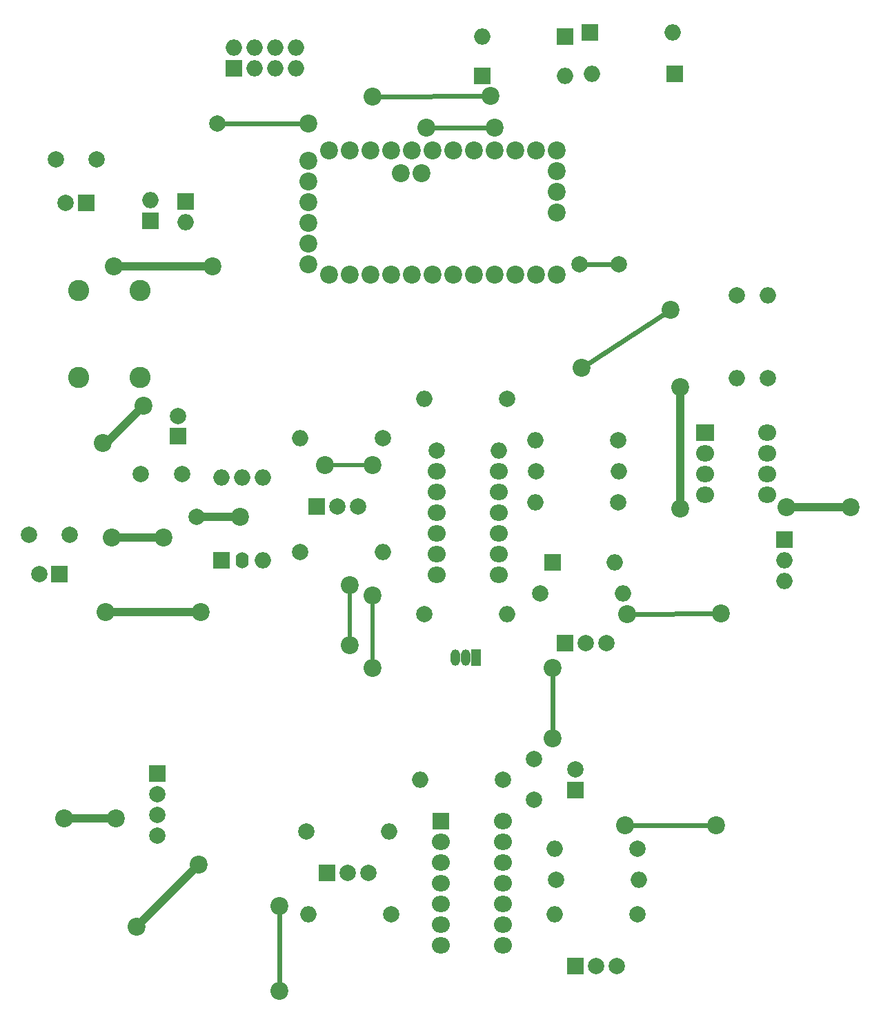
<source format=gtl>
G04 #@! TF.GenerationSoftware,KiCad,Pcbnew,(5.1.6)-1*
G04 #@! TF.CreationDate,2020-06-09T21:43:49-06:00*
G04 #@! TF.ProjectId,Sensores,53656e73-6f72-4657-932e-6b696361645f,rev?*
G04 #@! TF.SameCoordinates,PX83c6600PY697e1a8*
G04 #@! TF.FileFunction,Copper,L1,Top*
G04 #@! TF.FilePolarity,Positive*
%FSLAX46Y46*%
G04 Gerber Fmt 4.6, Leading zero omitted, Abs format (unit mm)*
G04 Created by KiCad (PCBNEW (5.1.6)-1) date 2020-06-09 21:43:49*
%MOMM*%
%LPD*%
G01*
G04 APERTURE LIST*
G04 #@! TA.AperFunction,ComponentPad*
%ADD10C,2.200000*%
G04 #@! TD*
G04 #@! TA.AperFunction,ComponentPad*
%ADD11C,2.000000*%
G04 #@! TD*
G04 #@! TA.AperFunction,ComponentPad*
%ADD12R,2.000000X2.000000*%
G04 #@! TD*
G04 #@! TA.AperFunction,ComponentPad*
%ADD13O,2.000000X2.000000*%
G04 #@! TD*
G04 #@! TA.AperFunction,ComponentPad*
%ADD14C,2.600000*%
G04 #@! TD*
G04 #@! TA.AperFunction,ComponentPad*
%ADD15O,1.150000X2.000000*%
G04 #@! TD*
G04 #@! TA.AperFunction,ComponentPad*
%ADD16R,1.150000X2.000000*%
G04 #@! TD*
G04 #@! TA.AperFunction,ComponentPad*
%ADD17O,2.200000X2.000000*%
G04 #@! TD*
G04 #@! TA.AperFunction,ComponentPad*
%ADD18R,2.200000X2.000000*%
G04 #@! TD*
G04 #@! TA.AperFunction,ComponentPad*
%ADD19O,1.600000X2.000000*%
G04 #@! TD*
G04 #@! TA.AperFunction,ViaPad*
%ADD20C,2.200000*%
G04 #@! TD*
G04 #@! TA.AperFunction,ViaPad*
%ADD21C,2.000000*%
G04 #@! TD*
G04 #@! TA.AperFunction,Conductor*
%ADD22C,0.600000*%
G04 #@! TD*
G04 #@! TA.AperFunction,Conductor*
%ADD23C,1.000000*%
G04 #@! TD*
G04 #@! TA.AperFunction,Conductor*
%ADD24C,0.500000*%
G04 #@! TD*
G04 APERTURE END LIST*
D10*
X67056000Y59817000D03*
X69596000Y59817000D03*
X72136000Y59817000D03*
X74676000Y59817000D03*
X77216000Y59817000D03*
X79756000Y59817000D03*
X82296000Y59817000D03*
X84836000Y59817000D03*
X87376000Y59817000D03*
X89916000Y59817000D03*
X92456000Y59817000D03*
X94996000Y59817000D03*
X94996000Y75057000D03*
X92456000Y75057000D03*
X89916000Y75057000D03*
X87376000Y75057000D03*
X84836000Y75057000D03*
X82296000Y75057000D03*
X79756000Y75057000D03*
X77216000Y75057000D03*
X74676000Y75057000D03*
X72136000Y75057000D03*
X69596000Y75057000D03*
X67056000Y75057000D03*
X75787250Y72199500D03*
X78327250Y72199500D03*
X64516000Y61087000D03*
X64516000Y63627000D03*
X64516000Y66167000D03*
X64516000Y68707000D03*
X64516000Y71247000D03*
X64516000Y73787000D03*
X94996000Y72517000D03*
X94996000Y69977000D03*
X94996000Y67437000D03*
D11*
X45974000Y-9017000D03*
X45974000Y-6477000D03*
X45974000Y-3937000D03*
D12*
X45974000Y-1397000D03*
X96012000Y14605000D03*
D11*
X98552000Y14605000D03*
X101092000Y14605000D03*
D13*
X64516000Y-18669000D03*
D11*
X74676000Y-18669000D03*
D14*
X43822000Y57835800D03*
X43822000Y47135800D03*
X36322000Y47135800D03*
X36322000Y57835800D03*
D11*
X43942000Y35331400D03*
X48942000Y35331400D03*
X92202000Y-4619000D03*
X92202000Y381000D03*
D12*
X55372000Y85090000D03*
D13*
X55372000Y87630000D03*
X57912000Y85090000D03*
X57912000Y87630000D03*
X60452000Y85090000D03*
X60452000Y87630000D03*
X62992000Y85090000D03*
X62992000Y87630000D03*
X63500000Y39751000D03*
D11*
X73660000Y39751000D03*
D12*
X94488000Y24511000D03*
D13*
X102108000Y24511000D03*
D15*
X83820000Y12827000D03*
X82550000Y12827000D03*
D16*
X85090000Y12827000D03*
D12*
X66802000Y-13589000D03*
D11*
X69342000Y-13589000D03*
X71882000Y-13589000D03*
X102362000Y-25019000D03*
X99822000Y-25019000D03*
D12*
X97282000Y-25019000D03*
D11*
X70612000Y31369000D03*
X68072000Y31369000D03*
D12*
X65532000Y31369000D03*
D13*
X87884000Y38227000D03*
D17*
X80264000Y22987000D03*
X87884000Y35687000D03*
X80264000Y25527000D03*
X87884000Y33147000D03*
X80264000Y28067000D03*
X87884000Y30607000D03*
X80264000Y30607000D03*
X87884000Y28067000D03*
X80264000Y33147000D03*
X87884000Y25527000D03*
X80264000Y35687000D03*
X87884000Y22987000D03*
D11*
X80264000Y38227000D03*
D12*
X80772000Y-7239000D03*
D17*
X88392000Y-22479000D03*
X80772000Y-9779000D03*
X88392000Y-19939000D03*
X80772000Y-12319000D03*
X88392000Y-17399000D03*
X80772000Y-14859000D03*
X88392000Y-14859000D03*
X80772000Y-17399000D03*
X88392000Y-12319000D03*
X80772000Y-19939000D03*
X88392000Y-9779000D03*
X80772000Y-22479000D03*
X88392000Y-7239000D03*
D13*
X88900000Y18161000D03*
D11*
X78740000Y18161000D03*
X92964000Y20701000D03*
D13*
X103124000Y20701000D03*
D11*
X64262000Y-8509000D03*
D13*
X74422000Y-8509000D03*
D11*
X88392000Y-2159000D03*
D13*
X78232000Y-2159000D03*
X105029000Y-14478000D03*
D11*
X94869000Y-14478000D03*
X104902000Y-18669000D03*
D13*
X94742000Y-18669000D03*
X94742000Y-10668000D03*
D11*
X104902000Y-10668000D03*
X63500000Y25781000D03*
D13*
X73660000Y25781000D03*
X102616000Y35687000D03*
D11*
X92456000Y35687000D03*
X88900000Y44577000D03*
D13*
X78740000Y44577000D03*
X92329000Y39497000D03*
D11*
X102489000Y39497000D03*
D12*
X122885200Y27254200D03*
D13*
X122885200Y24714200D03*
X122885200Y22174200D03*
D12*
X48514000Y39943400D03*
D11*
X48514000Y42443400D03*
X97282000Y-929000D03*
D12*
X97282000Y-3429000D03*
D11*
X38481000Y73914000D03*
X33481000Y73914000D03*
X34711000Y68580000D03*
D12*
X37211000Y68580000D03*
D11*
X31434400Y23037800D03*
D12*
X33934400Y23037800D03*
D11*
X35204400Y27863800D03*
X30204400Y27863800D03*
D12*
X49428400Y68757800D03*
D13*
X49428400Y66217800D03*
X45059600Y68910200D03*
D12*
X45059600Y66370200D03*
D13*
X85852000Y89027000D03*
D12*
X96012000Y89027000D03*
D13*
X109220000Y89535000D03*
D12*
X99060000Y89535000D03*
X85852000Y84201000D03*
D13*
X96012000Y84201000D03*
D12*
X109474000Y84455000D03*
D13*
X99314000Y84455000D03*
D11*
X102489000Y31877000D03*
D13*
X92329000Y31877000D03*
D18*
X113182400Y40411400D03*
D17*
X120802400Y32791400D03*
X113182400Y37871400D03*
X120802400Y35331400D03*
X113182400Y35331400D03*
X120802400Y37871400D03*
X113182400Y32791400D03*
X120802400Y40411400D03*
D12*
X53848000Y24765000D03*
D13*
X58928000Y34925000D03*
D19*
X56388000Y24765000D03*
D13*
X56388000Y34925000D03*
X58928000Y24765000D03*
X53848000Y34925000D03*
X117094000Y47117000D03*
D11*
X117094000Y57277000D03*
X120904000Y47117000D03*
D13*
X120904000Y57277000D03*
D20*
X72390000Y81661000D03*
X86868000Y81711800D03*
X94488000Y2921000D03*
X94488000Y11557000D03*
D21*
X97790000Y61087000D03*
X102616000Y61087000D03*
D20*
X103632000Y18161000D03*
X115112800Y18211800D03*
X110134400Y45948600D03*
X110134400Y31115000D03*
D21*
X53340000Y78359000D03*
X50800000Y30099000D03*
D20*
X56134000Y30099000D03*
X64516000Y78359000D03*
X103378000Y-7747000D03*
X114554000Y-7747000D03*
X69596000Y21717000D03*
X69596000Y14351000D03*
X60960000Y-17653000D03*
X60960000Y-28067000D03*
X72390000Y36449000D03*
X66548000Y36449000D03*
X72390000Y20447000D03*
X72390000Y11557000D03*
X123181600Y31242000D03*
X131064000Y31242000D03*
X34544000Y-6932913D03*
X40819087Y-6932913D03*
X78994000Y77851000D03*
X87376000Y77851000D03*
X108966000Y55499000D03*
X98044000Y48387000D03*
X39624000Y18415000D03*
X51308000Y18415000D03*
X46736000Y27559000D03*
X40386000Y27559000D03*
X39286001Y39159001D03*
X44208110Y43707472D03*
X52722000Y60833000D03*
X40640000Y60833000D03*
X43434000Y-20193000D03*
X51054000Y-12573000D03*
D22*
X72390000Y81661000D02*
X86868000Y81711800D01*
X94488000Y11557000D02*
X94488000Y2921000D01*
X97790000Y61087000D02*
X102616000Y61087000D01*
X103632000Y18161000D02*
X115112800Y18211800D01*
D23*
X110134400Y45948600D02*
X110134400Y31115000D01*
X50800000Y30099000D02*
X56134000Y30099000D01*
D22*
X53340000Y78359000D02*
X64516000Y78359000D01*
X103378000Y-7747000D02*
X114554000Y-7747000D01*
D24*
X69596000Y21717000D02*
X69596000Y14351000D01*
D22*
X60960000Y-17653000D02*
X60960000Y-28067000D01*
D24*
X72390000Y36449000D02*
X66548000Y36449000D01*
X72390000Y11557000D02*
X72390000Y20447000D01*
D23*
X123181600Y31242000D02*
X131064000Y31242000D01*
X34544000Y-6932913D02*
X40819087Y-6932913D01*
D22*
X78994000Y77851000D02*
X87376000Y77851000D01*
X98044000Y48387000D02*
X108966000Y55499000D01*
D23*
X43434000Y18415000D02*
X39624000Y18415000D01*
X51308000Y18415000D02*
X43434000Y18415000D01*
X44261127Y27559000D02*
X46736000Y27559000D01*
X40386000Y27559000D02*
X44261127Y27559000D01*
X39286001Y39159001D02*
X39659639Y39159001D01*
X39659639Y39159001D02*
X44208110Y43707472D01*
X52722000Y60833000D02*
X40640000Y60833000D01*
X43434000Y-20193000D02*
X51054000Y-12573000D01*
M02*

</source>
